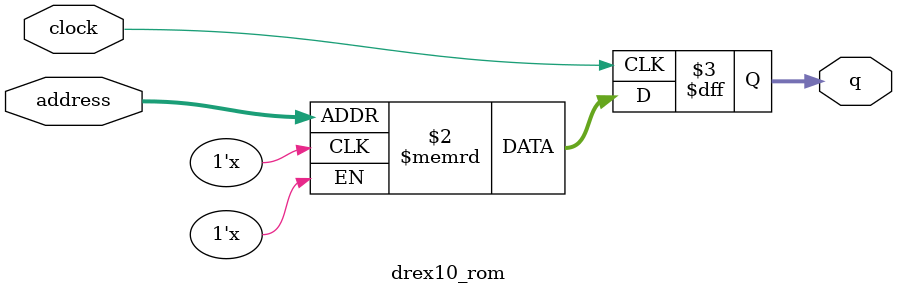
<source format=sv>
module drex10_rom (
	input logic clock,
	input logic [9:0] address,
	output logic [3:0] q
);

logic [3:0] memory [0:1023] /* synthesis ram_init_file = "./drex10/drex10.mif" */;

always_ff @ (posedge clock) begin
	q <= memory[address];
end

endmodule

</source>
